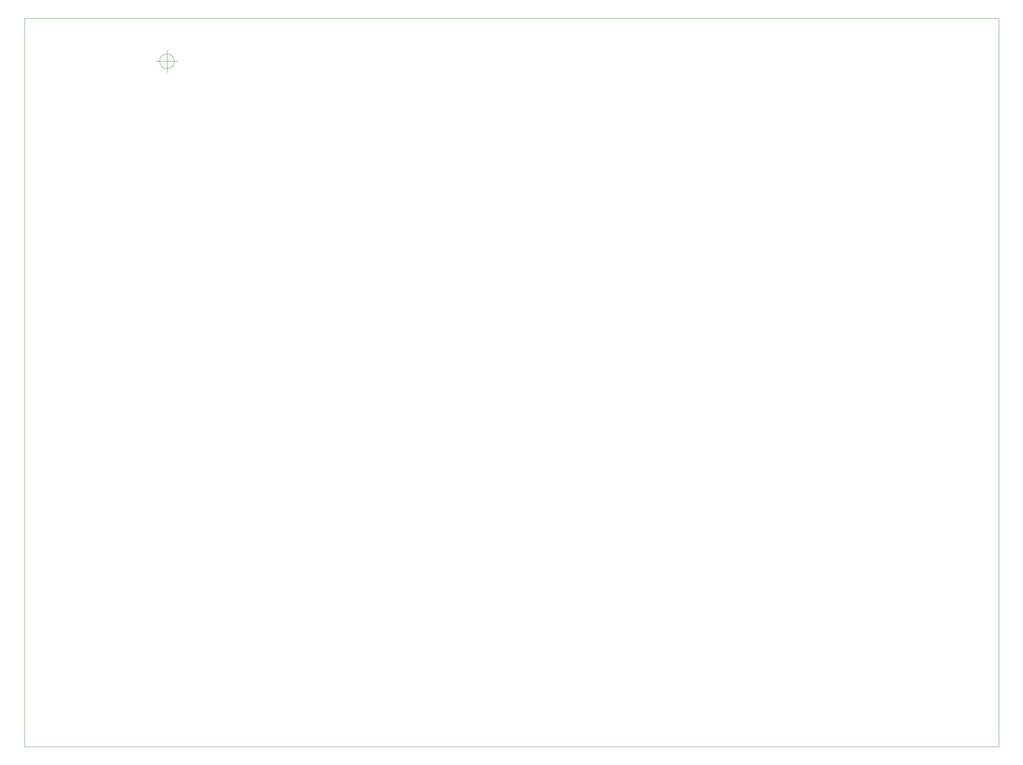
<source format=gm1>
G04 #@! TF.GenerationSoftware,KiCad,Pcbnew,(5.1.5)-3*
G04 #@! TF.CreationDate,2020-04-02T18:21:00+02:00*
G04 #@! TF.ProjectId,Pro6_Print,50726f36-5f50-4726-996e-742e6b696361,rev?*
G04 #@! TF.SameCoordinates,Original*
G04 #@! TF.FileFunction,Profile,NP*
%FSLAX46Y46*%
G04 Gerber Fmt 4.6, Leading zero omitted, Abs format (unit mm)*
G04 Created by KiCad (PCBNEW (5.1.5)-3) date 2020-04-02 18:21:00*
%MOMM*%
%LPD*%
G04 APERTURE LIST*
%ADD10C,0.050000*%
G04 APERTURE END LIST*
D10*
X69866666Y-30400000D02*
G75*
G03X69866666Y-30400000I-1666666J0D01*
G01*
X65700000Y-30400000D02*
X70700000Y-30400000D01*
X68200000Y-27900000D02*
X68200000Y-32900000D01*
X35750000Y-20650000D02*
X257500000Y-20650000D01*
X35750000Y-186300000D02*
X35750000Y-20650000D01*
X257500000Y-186300000D02*
X35750000Y-186300000D01*
X257500000Y-20650000D02*
X257500000Y-186300000D01*
M02*

</source>
